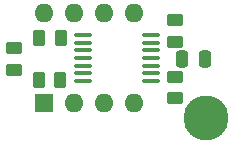
<source format=gbr>
%TF.GenerationSoftware,KiCad,Pcbnew,(6.0.0)*%
%TF.CreationDate,2022-01-09T14:56:00-05:00*%
%TF.ProjectId,QuadOpamp-INA_DIP8_Rg18,51756164-4f70-4616-9d70-2d494e415f44,rev?*%
%TF.SameCoordinates,Original*%
%TF.FileFunction,Soldermask,Top*%
%TF.FilePolarity,Negative*%
%FSLAX46Y46*%
G04 Gerber Fmt 4.6, Leading zero omitted, Abs format (unit mm)*
G04 Created by KiCad (PCBNEW (6.0.0)) date 2022-01-09 14:56:00*
%MOMM*%
%LPD*%
G01*
G04 APERTURE LIST*
G04 Aperture macros list*
%AMRoundRect*
0 Rectangle with rounded corners*
0 $1 Rounding radius*
0 $2 $3 $4 $5 $6 $7 $8 $9 X,Y pos of 4 corners*
0 Add a 4 corners polygon primitive as box body*
4,1,4,$2,$3,$4,$5,$6,$7,$8,$9,$2,$3,0*
0 Add four circle primitives for the rounded corners*
1,1,$1+$1,$2,$3*
1,1,$1+$1,$4,$5*
1,1,$1+$1,$6,$7*
1,1,$1+$1,$8,$9*
0 Add four rect primitives between the rounded corners*
20,1,$1+$1,$2,$3,$4,$5,0*
20,1,$1+$1,$4,$5,$6,$7,0*
20,1,$1+$1,$6,$7,$8,$9,0*
20,1,$1+$1,$8,$9,$2,$3,0*%
G04 Aperture macros list end*
%ADD10RoundRect,0.250000X0.262500X0.450000X-0.262500X0.450000X-0.262500X-0.450000X0.262500X-0.450000X0*%
%ADD11RoundRect,0.250000X-0.250000X-0.475000X0.250000X-0.475000X0.250000X0.475000X-0.250000X0.475000X0*%
%ADD12RoundRect,0.250000X-0.262500X-0.450000X0.262500X-0.450000X0.262500X0.450000X-0.262500X0.450000X0*%
%ADD13RoundRect,0.250000X-0.450000X0.262500X-0.450000X-0.262500X0.450000X-0.262500X0.450000X0.262500X0*%
%ADD14RoundRect,0.100000X-0.637500X-0.100000X0.637500X-0.100000X0.637500X0.100000X-0.637500X0.100000X0*%
%ADD15C,3.800000*%
%ADD16R,1.600000X1.600000*%
%ADD17O,1.600000X1.600000*%
%ADD18RoundRect,0.250000X0.450000X-0.262500X0.450000X0.262500X-0.450000X0.262500X-0.450000X-0.262500X0*%
G04 APERTURE END LIST*
D10*
%TO.C,R6*%
X121700000Y-89750000D03*
X119875000Y-89750000D03*
%TD*%
D11*
%TO.C,C2*%
X132000000Y-88000000D03*
X133900000Y-88000000D03*
%TD*%
D12*
%TO.C,R5*%
X119887500Y-86200000D03*
X121712500Y-86200000D03*
%TD*%
D13*
%TO.C,R2*%
X131400000Y-89500000D03*
X131400000Y-91325000D03*
%TD*%
D14*
%TO.C,U1*%
X123637500Y-85970000D03*
X123637500Y-86620000D03*
X123637500Y-87270000D03*
X123637500Y-87920000D03*
X123637500Y-88570000D03*
X123637500Y-89220000D03*
X123637500Y-89870000D03*
X129362500Y-89870000D03*
X129362500Y-89220000D03*
X129362500Y-88570000D03*
X129362500Y-87920000D03*
X129362500Y-87270000D03*
X129362500Y-86620000D03*
X129362500Y-85970000D03*
%TD*%
D13*
%TO.C,RG1*%
X117750000Y-87087500D03*
X117750000Y-88912500D03*
%TD*%
D15*
%TO.C,H1*%
X134000000Y-93000000D03*
%TD*%
D16*
%TO.C,J1*%
X120300000Y-91700000D03*
D17*
X122840000Y-91700000D03*
X125380000Y-91700000D03*
X127920000Y-91700000D03*
X127920000Y-84080000D03*
X125380000Y-84080000D03*
X122840000Y-84080000D03*
X120300000Y-84080000D03*
%TD*%
D18*
%TO.C,R7*%
X131400000Y-86525000D03*
X131400000Y-84700000D03*
%TD*%
M02*

</source>
